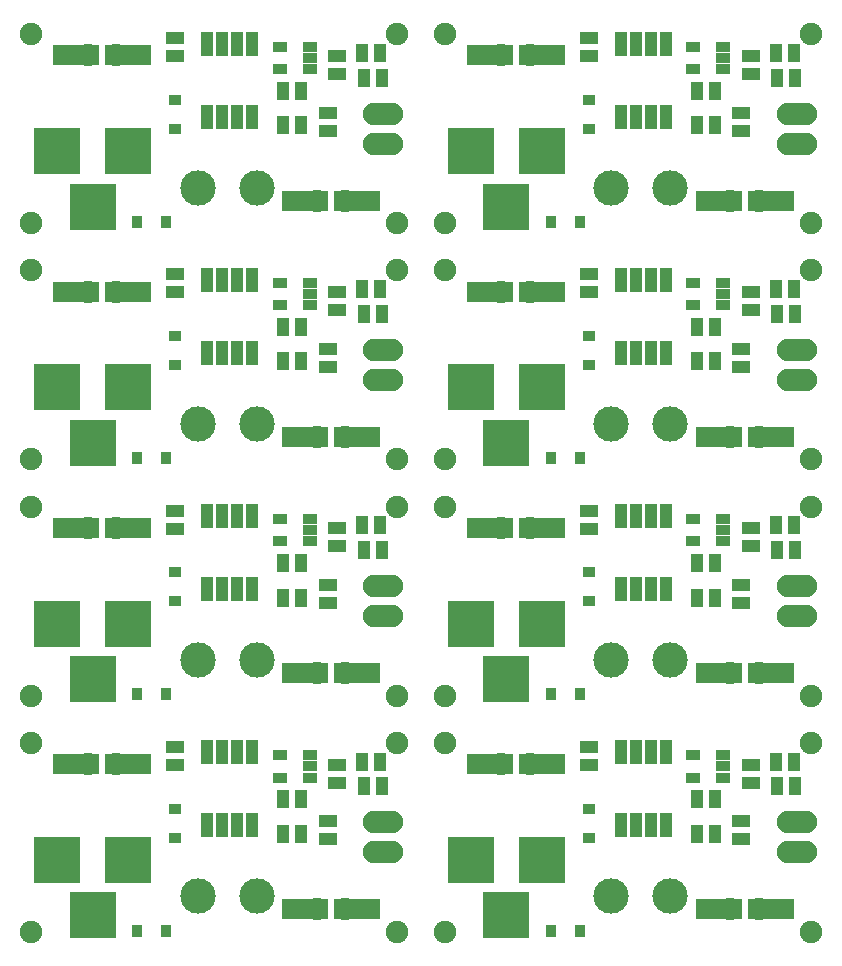
<source format=gts>
G04 #@! TF.FileFunction,Soldermask,Top*
%FSLAX46Y46*%
G04 Gerber Fmt 4.6, Leading zero omitted, Abs format (unit mm)*
G04 Created by KiCad (PCBNEW 4.0.7-e2-6376~58~ubuntu14.04.1) date Wed Feb  7 09:15:08 2018*
%MOMM*%
%LPD*%
G01*
G04 APERTURE LIST*
%ADD10C,0.100000*%
%ADD11R,0.958800X1.085800*%
%ADD12R,1.085800X0.958800*%
%ADD13C,1.900000*%
%ADD14R,1.035000X1.543000*%
%ADD15R,3.900120X3.900120*%
%ADD16O,3.414980X1.906220*%
%ADD17C,3.000000*%
%ADD18R,1.543000X1.035000*%
%ADD19R,1.162000X0.908000*%
%ADD20R,1.100000X2.000000*%
%ADD21R,3.900000X1.800000*%
%ADD22C,1.924000*%
G04 APERTURE END LIST*
D10*
D11*
X134980800Y-85400000D03*
X137419200Y-85400000D03*
D12*
X138200000Y-77519200D03*
X138200000Y-75080800D03*
D13*
X157000000Y-85500000D03*
X126000000Y-85500000D03*
X126000000Y-69500000D03*
D14*
X147338000Y-77200000D03*
X148862000Y-77200000D03*
D15*
X134200140Y-79400000D03*
X128200660Y-79400000D03*
X131200400Y-84099000D03*
D16*
X155800000Y-78770000D03*
X155800000Y-76230000D03*
D17*
X140100000Y-82500000D03*
X145100000Y-82500000D03*
D18*
X138200000Y-69838000D03*
X138200000Y-71362000D03*
D14*
X155562000Y-71100000D03*
X154038000Y-71100000D03*
X155662000Y-73200000D03*
X154138000Y-73200000D03*
D18*
X151900000Y-72862000D03*
X151900000Y-71338000D03*
X151100000Y-76138000D03*
X151100000Y-77662000D03*
D19*
X149570000Y-72452500D03*
X149570000Y-70547500D03*
X147030000Y-72452500D03*
X149570000Y-71500000D03*
X147030000Y-70547500D03*
D14*
X147338000Y-74300000D03*
X148862000Y-74300000D03*
D13*
X157000000Y-69500000D03*
D20*
X140895000Y-76500000D03*
X142165000Y-76500000D03*
X143435000Y-76500000D03*
X144705000Y-76500000D03*
X144705000Y-70300000D03*
X143435000Y-70300000D03*
X142165000Y-70300000D03*
X140895000Y-70300000D03*
D21*
X134200000Y-71300000D03*
X129800000Y-71300000D03*
D22*
X130800000Y-71300000D03*
X133200000Y-71300000D03*
D21*
X153600000Y-83600000D03*
X149200000Y-83600000D03*
D22*
X150200000Y-83600000D03*
X152600000Y-83600000D03*
D21*
X153600000Y-63600000D03*
X149200000Y-63600000D03*
D22*
X150200000Y-63600000D03*
X152600000Y-63600000D03*
D21*
X134200000Y-51300000D03*
X129800000Y-51300000D03*
D22*
X130800000Y-51300000D03*
X133200000Y-51300000D03*
D20*
X140895000Y-56500000D03*
X142165000Y-56500000D03*
X143435000Y-56500000D03*
X144705000Y-56500000D03*
X144705000Y-50300000D03*
X143435000Y-50300000D03*
X142165000Y-50300000D03*
X140895000Y-50300000D03*
D13*
X157000000Y-49500000D03*
D14*
X147338000Y-54300000D03*
X148862000Y-54300000D03*
D19*
X149570000Y-52452500D03*
X149570000Y-50547500D03*
X147030000Y-52452500D03*
X149570000Y-51500000D03*
X147030000Y-50547500D03*
D18*
X151100000Y-56138000D03*
X151100000Y-57662000D03*
X151900000Y-52862000D03*
X151900000Y-51338000D03*
D14*
X155662000Y-53200000D03*
X154138000Y-53200000D03*
X155562000Y-51100000D03*
X154038000Y-51100000D03*
D18*
X138200000Y-49838000D03*
X138200000Y-51362000D03*
D17*
X140100000Y-62500000D03*
X145100000Y-62500000D03*
D16*
X155800000Y-58770000D03*
X155800000Y-56230000D03*
D15*
X134200140Y-59400000D03*
X128200660Y-59400000D03*
X131200400Y-64099000D03*
D14*
X147338000Y-57200000D03*
X148862000Y-57200000D03*
D13*
X126000000Y-49500000D03*
X126000000Y-65500000D03*
X157000000Y-65500000D03*
D12*
X138200000Y-57519200D03*
X138200000Y-55080800D03*
D11*
X134980800Y-65400000D03*
X137419200Y-65400000D03*
X99980800Y-65400000D03*
X102419200Y-65400000D03*
D12*
X103200000Y-57519200D03*
X103200000Y-55080800D03*
D13*
X122000000Y-65500000D03*
X91000000Y-65500000D03*
X91000000Y-49500000D03*
D14*
X112338000Y-57200000D03*
X113862000Y-57200000D03*
D15*
X99200140Y-59400000D03*
X93200660Y-59400000D03*
X96200400Y-64099000D03*
D16*
X120800000Y-58770000D03*
X120800000Y-56230000D03*
D17*
X105100000Y-62500000D03*
X110100000Y-62500000D03*
D18*
X103200000Y-49838000D03*
X103200000Y-51362000D03*
D14*
X120562000Y-51100000D03*
X119038000Y-51100000D03*
X120662000Y-53200000D03*
X119138000Y-53200000D03*
D18*
X116900000Y-52862000D03*
X116900000Y-51338000D03*
X116100000Y-56138000D03*
X116100000Y-57662000D03*
D19*
X114570000Y-52452500D03*
X114570000Y-50547500D03*
X112030000Y-52452500D03*
X114570000Y-51500000D03*
X112030000Y-50547500D03*
D14*
X112338000Y-54300000D03*
X113862000Y-54300000D03*
D13*
X122000000Y-49500000D03*
D20*
X105895000Y-56500000D03*
X107165000Y-56500000D03*
X108435000Y-56500000D03*
X109705000Y-56500000D03*
X109705000Y-50300000D03*
X108435000Y-50300000D03*
X107165000Y-50300000D03*
X105895000Y-50300000D03*
D21*
X99200000Y-51300000D03*
X94800000Y-51300000D03*
D22*
X95800000Y-51300000D03*
X98200000Y-51300000D03*
D21*
X118600000Y-63600000D03*
X114200000Y-63600000D03*
D22*
X115200000Y-63600000D03*
X117600000Y-63600000D03*
D21*
X118600000Y-83600000D03*
X114200000Y-83600000D03*
D22*
X115200000Y-83600000D03*
X117600000Y-83600000D03*
D21*
X99200000Y-71300000D03*
X94800000Y-71300000D03*
D22*
X95800000Y-71300000D03*
X98200000Y-71300000D03*
D20*
X105895000Y-76500000D03*
X107165000Y-76500000D03*
X108435000Y-76500000D03*
X109705000Y-76500000D03*
X109705000Y-70300000D03*
X108435000Y-70300000D03*
X107165000Y-70300000D03*
X105895000Y-70300000D03*
D13*
X122000000Y-69500000D03*
D14*
X112338000Y-74300000D03*
X113862000Y-74300000D03*
D19*
X114570000Y-72452500D03*
X114570000Y-70547500D03*
X112030000Y-72452500D03*
X114570000Y-71500000D03*
X112030000Y-70547500D03*
D18*
X116100000Y-76138000D03*
X116100000Y-77662000D03*
X116900000Y-72862000D03*
X116900000Y-71338000D03*
D14*
X120662000Y-73200000D03*
X119138000Y-73200000D03*
X120562000Y-71100000D03*
X119038000Y-71100000D03*
D18*
X103200000Y-69838000D03*
X103200000Y-71362000D03*
D17*
X105100000Y-82500000D03*
X110100000Y-82500000D03*
D16*
X120800000Y-78770000D03*
X120800000Y-76230000D03*
D15*
X99200140Y-79400000D03*
X93200660Y-79400000D03*
X96200400Y-84099000D03*
D14*
X112338000Y-77200000D03*
X113862000Y-77200000D03*
D13*
X91000000Y-69500000D03*
X91000000Y-85500000D03*
X122000000Y-85500000D03*
D12*
X103200000Y-77519200D03*
X103200000Y-75080800D03*
D11*
X99980800Y-85400000D03*
X102419200Y-85400000D03*
X99980800Y-125400000D03*
X102419200Y-125400000D03*
D12*
X103200000Y-117519200D03*
X103200000Y-115080800D03*
D13*
X122000000Y-125500000D03*
X91000000Y-125500000D03*
X91000000Y-109500000D03*
D14*
X112338000Y-117200000D03*
X113862000Y-117200000D03*
D15*
X99200140Y-119400000D03*
X93200660Y-119400000D03*
X96200400Y-124099000D03*
D16*
X120800000Y-118770000D03*
X120800000Y-116230000D03*
D17*
X105100000Y-122500000D03*
X110100000Y-122500000D03*
D18*
X103200000Y-109838000D03*
X103200000Y-111362000D03*
D14*
X120562000Y-111100000D03*
X119038000Y-111100000D03*
X120662000Y-113200000D03*
X119138000Y-113200000D03*
D18*
X116900000Y-112862000D03*
X116900000Y-111338000D03*
X116100000Y-116138000D03*
X116100000Y-117662000D03*
D19*
X114570000Y-112452500D03*
X114570000Y-110547500D03*
X112030000Y-112452500D03*
X114570000Y-111500000D03*
X112030000Y-110547500D03*
D14*
X112338000Y-114300000D03*
X113862000Y-114300000D03*
D13*
X122000000Y-109500000D03*
D20*
X105895000Y-116500000D03*
X107165000Y-116500000D03*
X108435000Y-116500000D03*
X109705000Y-116500000D03*
X109705000Y-110300000D03*
X108435000Y-110300000D03*
X107165000Y-110300000D03*
X105895000Y-110300000D03*
D21*
X99200000Y-111300000D03*
X94800000Y-111300000D03*
D22*
X95800000Y-111300000D03*
X98200000Y-111300000D03*
D21*
X118600000Y-123600000D03*
X114200000Y-123600000D03*
D22*
X115200000Y-123600000D03*
X117600000Y-123600000D03*
D21*
X118600000Y-103600000D03*
X114200000Y-103600000D03*
D22*
X115200000Y-103600000D03*
X117600000Y-103600000D03*
D21*
X99200000Y-91300000D03*
X94800000Y-91300000D03*
D22*
X95800000Y-91300000D03*
X98200000Y-91300000D03*
D20*
X105895000Y-96500000D03*
X107165000Y-96500000D03*
X108435000Y-96500000D03*
X109705000Y-96500000D03*
X109705000Y-90300000D03*
X108435000Y-90300000D03*
X107165000Y-90300000D03*
X105895000Y-90300000D03*
D13*
X122000000Y-89500000D03*
D14*
X112338000Y-94300000D03*
X113862000Y-94300000D03*
D19*
X114570000Y-92452500D03*
X114570000Y-90547500D03*
X112030000Y-92452500D03*
X114570000Y-91500000D03*
X112030000Y-90547500D03*
D18*
X116100000Y-96138000D03*
X116100000Y-97662000D03*
X116900000Y-92862000D03*
X116900000Y-91338000D03*
D14*
X120662000Y-93200000D03*
X119138000Y-93200000D03*
X120562000Y-91100000D03*
X119038000Y-91100000D03*
D18*
X103200000Y-89838000D03*
X103200000Y-91362000D03*
D17*
X105100000Y-102500000D03*
X110100000Y-102500000D03*
D16*
X120800000Y-98770000D03*
X120800000Y-96230000D03*
D15*
X99200140Y-99400000D03*
X93200660Y-99400000D03*
X96200400Y-104099000D03*
D14*
X112338000Y-97200000D03*
X113862000Y-97200000D03*
D13*
X91000000Y-89500000D03*
X91000000Y-105500000D03*
X122000000Y-105500000D03*
D12*
X103200000Y-97519200D03*
X103200000Y-95080800D03*
D11*
X99980800Y-105400000D03*
X102419200Y-105400000D03*
X134980800Y-105400000D03*
X137419200Y-105400000D03*
D12*
X138200000Y-97519200D03*
X138200000Y-95080800D03*
D13*
X157000000Y-105500000D03*
X126000000Y-105500000D03*
X126000000Y-89500000D03*
D14*
X147338000Y-97200000D03*
X148862000Y-97200000D03*
D15*
X134200140Y-99400000D03*
X128200660Y-99400000D03*
X131200400Y-104099000D03*
D16*
X155800000Y-98770000D03*
X155800000Y-96230000D03*
D17*
X140100000Y-102500000D03*
X145100000Y-102500000D03*
D18*
X138200000Y-89838000D03*
X138200000Y-91362000D03*
D14*
X155562000Y-91100000D03*
X154038000Y-91100000D03*
X155662000Y-93200000D03*
X154138000Y-93200000D03*
D18*
X151900000Y-92862000D03*
X151900000Y-91338000D03*
X151100000Y-96138000D03*
X151100000Y-97662000D03*
D19*
X149570000Y-92452500D03*
X149570000Y-90547500D03*
X147030000Y-92452500D03*
X149570000Y-91500000D03*
X147030000Y-90547500D03*
D14*
X147338000Y-94300000D03*
X148862000Y-94300000D03*
D13*
X157000000Y-89500000D03*
D20*
X140895000Y-96500000D03*
X142165000Y-96500000D03*
X143435000Y-96500000D03*
X144705000Y-96500000D03*
X144705000Y-90300000D03*
X143435000Y-90300000D03*
X142165000Y-90300000D03*
X140895000Y-90300000D03*
D21*
X134200000Y-91300000D03*
X129800000Y-91300000D03*
D22*
X130800000Y-91300000D03*
X133200000Y-91300000D03*
D21*
X153600000Y-103600000D03*
X149200000Y-103600000D03*
D22*
X150200000Y-103600000D03*
X152600000Y-103600000D03*
D21*
X153600000Y-123600000D03*
X149200000Y-123600000D03*
D22*
X150200000Y-123600000D03*
X152600000Y-123600000D03*
D21*
X134200000Y-111300000D03*
X129800000Y-111300000D03*
D22*
X130800000Y-111300000D03*
X133200000Y-111300000D03*
D20*
X140895000Y-116500000D03*
X142165000Y-116500000D03*
X143435000Y-116500000D03*
X144705000Y-116500000D03*
X144705000Y-110300000D03*
X143435000Y-110300000D03*
X142165000Y-110300000D03*
X140895000Y-110300000D03*
D13*
X157000000Y-109500000D03*
D14*
X147338000Y-114300000D03*
X148862000Y-114300000D03*
D19*
X149570000Y-112452500D03*
X149570000Y-110547500D03*
X147030000Y-112452500D03*
X149570000Y-111500000D03*
X147030000Y-110547500D03*
D18*
X151100000Y-116138000D03*
X151100000Y-117662000D03*
X151900000Y-112862000D03*
X151900000Y-111338000D03*
D14*
X155662000Y-113200000D03*
X154138000Y-113200000D03*
X155562000Y-111100000D03*
X154038000Y-111100000D03*
D18*
X138200000Y-109838000D03*
X138200000Y-111362000D03*
D17*
X140100000Y-122500000D03*
X145100000Y-122500000D03*
D16*
X155800000Y-118770000D03*
X155800000Y-116230000D03*
D15*
X134200140Y-119400000D03*
X128200660Y-119400000D03*
X131200400Y-124099000D03*
D14*
X147338000Y-117200000D03*
X148862000Y-117200000D03*
D13*
X126000000Y-109500000D03*
X126000000Y-125500000D03*
X157000000Y-125500000D03*
D12*
X138200000Y-117519200D03*
X138200000Y-115080800D03*
D11*
X134980800Y-125400000D03*
X137419200Y-125400000D03*
M02*

</source>
